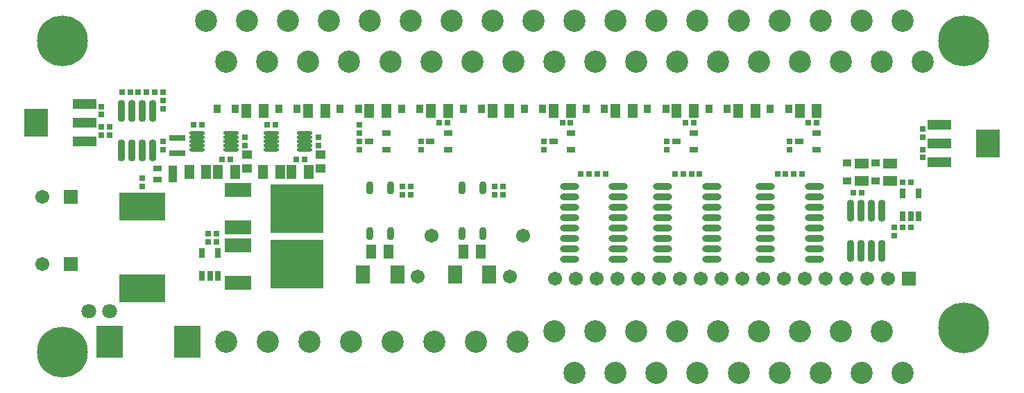
<source format=gts>
%FSLAX44Y44*%
%MOMM*%
G71*
G01*
G75*
G04 Layer_Color=8388736*
%ADD10C,0.3000*%
%ADD11C,0.5000*%
%ADD12O,2.1500X0.6000*%
%ADD13R,3.0000X1.6000*%
%ADD14R,6.2000X5.8000*%
%ADD15O,0.7000X2.5000*%
%ADD16R,2.7000X1.0000*%
%ADD17R,2.7000X3.3000*%
%ADD18R,0.6300X0.8300*%
%ADD19R,1.0000X1.5000*%
G04:AMPARAMS|DCode=20|XSize=0.6mm|YSize=1.3mm|CornerRadius=0.15mm|HoleSize=0mm|Usage=FLASHONLY|Rotation=180.000|XOffset=0mm|YOffset=0mm|HoleType=Round|Shape=RoundedRectangle|*
%AMROUNDEDRECTD20*
21,1,0.6000,1.0000,0,0,180.0*
21,1,0.3000,1.3000,0,0,180.0*
1,1,0.3000,-0.1500,0.5000*
1,1,0.3000,0.1500,0.5000*
1,1,0.3000,0.1500,-0.5000*
1,1,0.3000,-0.1500,-0.5000*
%
%ADD20ROUNDEDRECTD20*%
%ADD21R,5.5000X3.2000*%
%ADD22R,0.6000X0.6000*%
%ADD23R,0.6000X0.6000*%
%ADD24R,0.9000X0.6000*%
%ADD25R,0.8300X0.6300*%
%ADD26R,1.0000X0.8000*%
%ADD27R,1.5000X2.1000*%
%ADD28R,3.0000X3.7500*%
%ADD29R,1.5000X1.0000*%
%ADD30R,0.6000X1.1000*%
%ADD31O,1.7000X0.3000*%
%ADD32R,0.4500X0.6000*%
%ADD33R,0.8000X0.4500*%
%ADD34C,1.8000*%
%ADD35C,2.0000*%
%ADD36C,0.7500*%
%ADD37C,1.0000*%
%ADD38C,1.5000*%
%ADD39C,0.2600*%
%ADD40C,0.2500*%
%ADD41C,2.5000*%
%ADD42C,1.5000*%
%ADD43R,1.5000X1.5000*%
%ADD44C,6.0000*%
%ADD45C,1.6000*%
%ADD46C,0.7000*%
%ADD47R,0.8000X1.0000*%
%ADD48C,0.7000*%
%ADD49C,0.1700*%
%ADD50C,0.2000*%
%ADD51C,0.2540*%
%ADD52C,0.1000*%
%ADD53C,0.1500*%
%ADD54O,2.3532X0.8032*%
%ADD55R,3.2032X1.8032*%
%ADD56R,6.4032X6.0032*%
%ADD57O,0.9032X2.7032*%
%ADD58R,2.9032X1.2032*%
%ADD59R,2.9032X3.5032*%
%ADD60R,0.8332X1.0332*%
%ADD61R,1.2032X1.7032*%
G04:AMPARAMS|DCode=62|XSize=0.8032mm|YSize=1.5032mm|CornerRadius=0.2516mm|HoleSize=0mm|Usage=FLASHONLY|Rotation=180.000|XOffset=0mm|YOffset=0mm|HoleType=Round|Shape=RoundedRectangle|*
%AMROUNDEDRECTD62*
21,1,0.8032,1.0000,0,0,180.0*
21,1,0.3000,1.5032,0,0,180.0*
1,1,0.5032,-0.1500,0.5000*
1,1,0.5032,0.1500,0.5000*
1,1,0.5032,0.1500,-0.5000*
1,1,0.5032,-0.1500,-0.5000*
%
%ADD62ROUNDEDRECTD62*%
%ADD63R,5.7032X3.4032*%
%ADD64R,0.8032X0.8032*%
%ADD65R,0.8032X0.8032*%
%ADD66R,1.1032X0.8032*%
%ADD67R,1.0332X0.8332*%
%ADD68R,1.2032X1.0032*%
%ADD69R,1.7032X2.3032*%
%ADD70R,3.2032X3.9532*%
%ADD71R,1.7032X1.2032*%
%ADD72R,0.8032X1.3032*%
%ADD73O,1.9032X0.5032*%
%ADD74R,0.6532X0.8032*%
%ADD75R,1.0032X0.6532*%
%ADD76C,2.7032*%
%ADD77C,1.7032*%
%ADD78R,1.7032X1.7032*%
%ADD79C,6.2032*%
%ADD80C,1.8032*%
D54*
X668500Y251950D02*
D03*
X668500Y239250D02*
D03*
X668500Y226550D02*
D03*
X668500Y213850D02*
D03*
Y201150D02*
D03*
Y188450D02*
D03*
Y175750D02*
D03*
X668500Y163050D02*
D03*
X728500Y251950D02*
D03*
Y239250D02*
D03*
Y226550D02*
D03*
X728500Y213850D02*
D03*
Y201150D02*
D03*
X728500Y188450D02*
D03*
Y175750D02*
D03*
Y163050D02*
D03*
X782500Y251950D02*
D03*
Y239250D02*
D03*
Y226550D02*
D03*
Y213850D02*
D03*
Y201150D02*
D03*
Y188450D02*
D03*
Y175750D02*
D03*
Y163050D02*
D03*
X842500Y251950D02*
D03*
Y239250D02*
D03*
Y226550D02*
D03*
Y213850D02*
D03*
Y201150D02*
D03*
Y188450D02*
D03*
Y175750D02*
D03*
Y163050D02*
D03*
X907500Y251950D02*
D03*
Y239250D02*
D03*
Y226550D02*
D03*
Y213850D02*
D03*
Y201150D02*
D03*
Y188450D02*
D03*
Y175750D02*
D03*
Y163050D02*
D03*
X967500Y251950D02*
D03*
Y239250D02*
D03*
Y226550D02*
D03*
Y213850D02*
D03*
Y201150D02*
D03*
Y188450D02*
D03*
Y175750D02*
D03*
Y163050D02*
D03*
D55*
X264100Y180360D02*
D03*
Y134640D02*
D03*
Y247860D02*
D03*
Y202140D02*
D03*
D56*
X335900Y157500D02*
D03*
Y225000D02*
D03*
D57*
X1011900Y173500D02*
D03*
X1024600D02*
D03*
X1037300D02*
D03*
X1050000D02*
D03*
X1011900Y222500D02*
D03*
X1024600D02*
D03*
X1037300D02*
D03*
X1050000D02*
D03*
X159600Y345000D02*
D03*
X146900D02*
D03*
X134200Y345000D02*
D03*
X121500Y345000D02*
D03*
X159600Y296000D02*
D03*
X146900Y296000D02*
D03*
X134200D02*
D03*
X121500Y296000D02*
D03*
D58*
X1120500Y328000D02*
D03*
Y305000D02*
D03*
Y282000D02*
D03*
X77000Y307000D02*
D03*
Y330000D02*
D03*
Y353000D02*
D03*
D59*
X1179500Y305000D02*
D03*
X18000Y330000D02*
D03*
D60*
X936100Y347500D02*
D03*
X913900D02*
D03*
X861100D02*
D03*
X838900D02*
D03*
X786100D02*
D03*
X763900D02*
D03*
X711100D02*
D03*
X688900D02*
D03*
X636100D02*
D03*
X613900D02*
D03*
X561100D02*
D03*
X538900D02*
D03*
X486100D02*
D03*
X463900Y347500D02*
D03*
X411100Y347500D02*
D03*
X388900Y347500D02*
D03*
X336100Y347500D02*
D03*
X313900Y347500D02*
D03*
X261100Y347500D02*
D03*
X238900Y347500D02*
D03*
D61*
X949500Y345000D02*
D03*
X970500D02*
D03*
X874500D02*
D03*
X895500D02*
D03*
X799500D02*
D03*
X820500D02*
D03*
X724500D02*
D03*
X745500D02*
D03*
X649500D02*
D03*
X670500D02*
D03*
X560500Y172500D02*
D03*
X539500D02*
D03*
X448000D02*
D03*
X427000D02*
D03*
X574500Y345000D02*
D03*
X595500D02*
D03*
X499500D02*
D03*
X520500D02*
D03*
X424500D02*
D03*
X445500D02*
D03*
X329500Y270000D02*
D03*
X350500D02*
D03*
X315500D02*
D03*
X294500D02*
D03*
X349500Y345000D02*
D03*
X370500D02*
D03*
X274500D02*
D03*
X295500D02*
D03*
X239500Y270000D02*
D03*
X260500D02*
D03*
X204500D02*
D03*
X225500D02*
D03*
D62*
X562700Y250500D02*
D03*
X537300D02*
D03*
X562700Y194500D02*
D03*
X537300D02*
D03*
X450200Y250500D02*
D03*
X424800D02*
D03*
X450200Y194500D02*
D03*
X424800D02*
D03*
D63*
X147500Y127500D02*
D03*
Y227500D02*
D03*
D64*
X1100000Y297500D02*
D03*
Y287500D02*
D03*
Y312500D02*
D03*
Y322500D02*
D03*
X97500Y340000D02*
D03*
Y350000D02*
D03*
Y325000D02*
D03*
Y315000D02*
D03*
X1065000Y202500D02*
D03*
Y192500D02*
D03*
X272500Y312500D02*
D03*
Y302500D02*
D03*
X147500Y262500D02*
D03*
Y252500D02*
D03*
X172500Y297500D02*
D03*
X172500Y307500D02*
D03*
X362500Y312500D02*
D03*
Y302500D02*
D03*
X107500Y325000D02*
D03*
Y315000D02*
D03*
X172500Y347500D02*
D03*
X172500Y357500D02*
D03*
X487500Y297500D02*
D03*
Y307500D02*
D03*
X412500Y327500D02*
D03*
Y317500D02*
D03*
Y297500D02*
D03*
Y307500D02*
D03*
X787500Y297500D02*
D03*
Y307500D02*
D03*
X637500Y297500D02*
D03*
Y307500D02*
D03*
X937500Y297500D02*
D03*
Y307500D02*
D03*
X475000Y242500D02*
D03*
Y252500D02*
D03*
X465000Y252500D02*
D03*
Y242500D02*
D03*
X587500Y242500D02*
D03*
Y252500D02*
D03*
X577500Y252500D02*
D03*
Y242500D02*
D03*
D65*
X807500Y267500D02*
D03*
X797500D02*
D03*
X827500D02*
D03*
X817500D02*
D03*
X932500D02*
D03*
X922500D02*
D03*
X952500D02*
D03*
X942500D02*
D03*
X1085000Y202500D02*
D03*
X1075000D02*
D03*
X1085000Y257500D02*
D03*
X1075000D02*
D03*
X1015000Y245000D02*
D03*
X1025000D02*
D03*
X255000Y285000D02*
D03*
X245000D02*
D03*
X345000D02*
D03*
X335000D02*
D03*
X162500Y367500D02*
D03*
X172500Y367500D02*
D03*
X682500Y267500D02*
D03*
X692500D02*
D03*
X712500D02*
D03*
X702500D02*
D03*
X227500Y185000D02*
D03*
X237500D02*
D03*
X520000Y330000D02*
D03*
X510000D02*
D03*
X820000D02*
D03*
X810000D02*
D03*
X670000D02*
D03*
X660000D02*
D03*
X970000D02*
D03*
X960000D02*
D03*
X220000Y327500D02*
D03*
X210000D02*
D03*
X310000D02*
D03*
X300000D02*
D03*
X122500Y367500D02*
D03*
X132500Y367500D02*
D03*
X152500D02*
D03*
X142500Y367500D02*
D03*
X237500Y195000D02*
D03*
X227500D02*
D03*
D66*
X520500Y297500D02*
D03*
Y317500D02*
D03*
X499000Y307500D02*
D03*
X445500Y297500D02*
D03*
Y317500D02*
D03*
X424000Y307500D02*
D03*
X820500Y297500D02*
D03*
Y317500D02*
D03*
X799000Y307500D02*
D03*
X670500Y297500D02*
D03*
Y317500D02*
D03*
X649000Y307500D02*
D03*
X970500Y297500D02*
D03*
Y317500D02*
D03*
X949000Y307500D02*
D03*
D67*
X1042500Y258900D02*
D03*
Y281100D02*
D03*
X1007500D02*
D03*
Y258900D02*
D03*
D68*
X275000Y274000D02*
D03*
Y291000D02*
D03*
X365000Y274000D02*
D03*
Y291000D02*
D03*
D69*
X458500Y145000D02*
D03*
X416500D02*
D03*
X571000D02*
D03*
X529000D02*
D03*
D70*
X202500Y62500D02*
D03*
X107500D02*
D03*
D71*
X1060000Y259500D02*
D03*
Y280500D02*
D03*
X1025000Y280500D02*
D03*
Y259500D02*
D03*
D72*
X1075501Y244001D02*
D03*
X1094501D02*
D03*
Y216001D02*
D03*
X1085001D02*
D03*
X1075501D02*
D03*
X220501Y171501D02*
D03*
X239501D02*
D03*
Y143501D02*
D03*
X230001D02*
D03*
X220501D02*
D03*
D73*
X214500Y317500D02*
D03*
Y312500D02*
D03*
Y307500D02*
D03*
Y302500D02*
D03*
Y297500D02*
D03*
X255500Y317500D02*
D03*
Y312500D02*
D03*
Y307500D02*
D03*
Y302500D02*
D03*
Y297500D02*
D03*
X304500Y317500D02*
D03*
Y312500D02*
D03*
Y307500D02*
D03*
Y302500D02*
D03*
Y297500D02*
D03*
X345500Y317500D02*
D03*
Y312500D02*
D03*
Y307500D02*
D03*
Y302500D02*
D03*
Y297500D02*
D03*
D74*
X190000Y312000D02*
D03*
X183500D02*
D03*
X196500D02*
D03*
Y293000D02*
D03*
X190000D02*
D03*
X183500Y293000D02*
D03*
D75*
X165500Y261000D02*
D03*
Y274000D02*
D03*
X184500D02*
D03*
X184500Y267500D02*
D03*
X184500Y261000D02*
D03*
D76*
X925000Y25000D02*
D03*
X900000Y75000D02*
D03*
X975000Y25000D02*
D03*
X950000Y75000D02*
D03*
X1000000D02*
D03*
X1025000Y25000D02*
D03*
X1050000Y75000D02*
D03*
X1075000Y25000D02*
D03*
X850000Y75000D02*
D03*
X875000Y25000D02*
D03*
X800000Y75000D02*
D03*
X825000Y25000D02*
D03*
X750000Y75000D02*
D03*
X775000Y25000D02*
D03*
X700000Y75000D02*
D03*
X725000Y25000D02*
D03*
X675000D02*
D03*
X650000Y75000D02*
D03*
X1100000Y405000D02*
D03*
X1075000Y455000D02*
D03*
X1050000Y405000D02*
D03*
X1025000Y455000D02*
D03*
X1000000Y405000D02*
D03*
X975000Y455000D02*
D03*
X950000Y405000D02*
D03*
X925000Y455000D02*
D03*
X900000Y405000D02*
D03*
X875000Y455000D02*
D03*
X850000Y405000D02*
D03*
X825000Y455000D02*
D03*
X800000Y405000D02*
D03*
X775000Y455000D02*
D03*
X750000Y405000D02*
D03*
X725000Y455000D02*
D03*
X675000D02*
D03*
X700000Y405000D02*
D03*
X650000Y405000D02*
D03*
X625000Y455000D02*
D03*
X575000D02*
D03*
X600000Y405000D02*
D03*
X525000Y455000D02*
D03*
X550000Y405000D02*
D03*
X475000Y455000D02*
D03*
X500000Y405000D02*
D03*
X425000Y455000D02*
D03*
X450000Y405000D02*
D03*
X225000Y455000D02*
D03*
X250000Y405000D02*
D03*
X275000Y455000D02*
D03*
X300000Y405000D02*
D03*
X350000D02*
D03*
X325000Y455000D02*
D03*
X400000Y405000D02*
D03*
X375000Y455000D02*
D03*
X351000Y62500D02*
D03*
X401800D02*
D03*
X452600D02*
D03*
X503400D02*
D03*
X554200D02*
D03*
X605000D02*
D03*
X300200D02*
D03*
X249400D02*
D03*
D77*
X596000Y142500D02*
D03*
X612500Y192500D02*
D03*
X483500Y142500D02*
D03*
X500000Y192500D02*
D03*
X25000Y240000D02*
D03*
Y157500D02*
D03*
X650700Y140000D02*
D03*
X676100D02*
D03*
X701500D02*
D03*
X726900D02*
D03*
X752300D02*
D03*
X777700D02*
D03*
X803100D02*
D03*
X828500D02*
D03*
X853900D02*
D03*
X879300D02*
D03*
X904700D02*
D03*
X930100D02*
D03*
X955500D02*
D03*
X980900D02*
D03*
X1006300D02*
D03*
X1031700D02*
D03*
X1057100D02*
D03*
D78*
X60000Y240000D02*
D03*
Y157500D02*
D03*
X1082500Y140000D02*
D03*
D79*
X1150000Y80000D02*
D03*
Y430000D02*
D03*
X50000D02*
D03*
Y50000D02*
D03*
D80*
X107900Y100000D02*
D03*
X82500D02*
D03*
M02*

</source>
